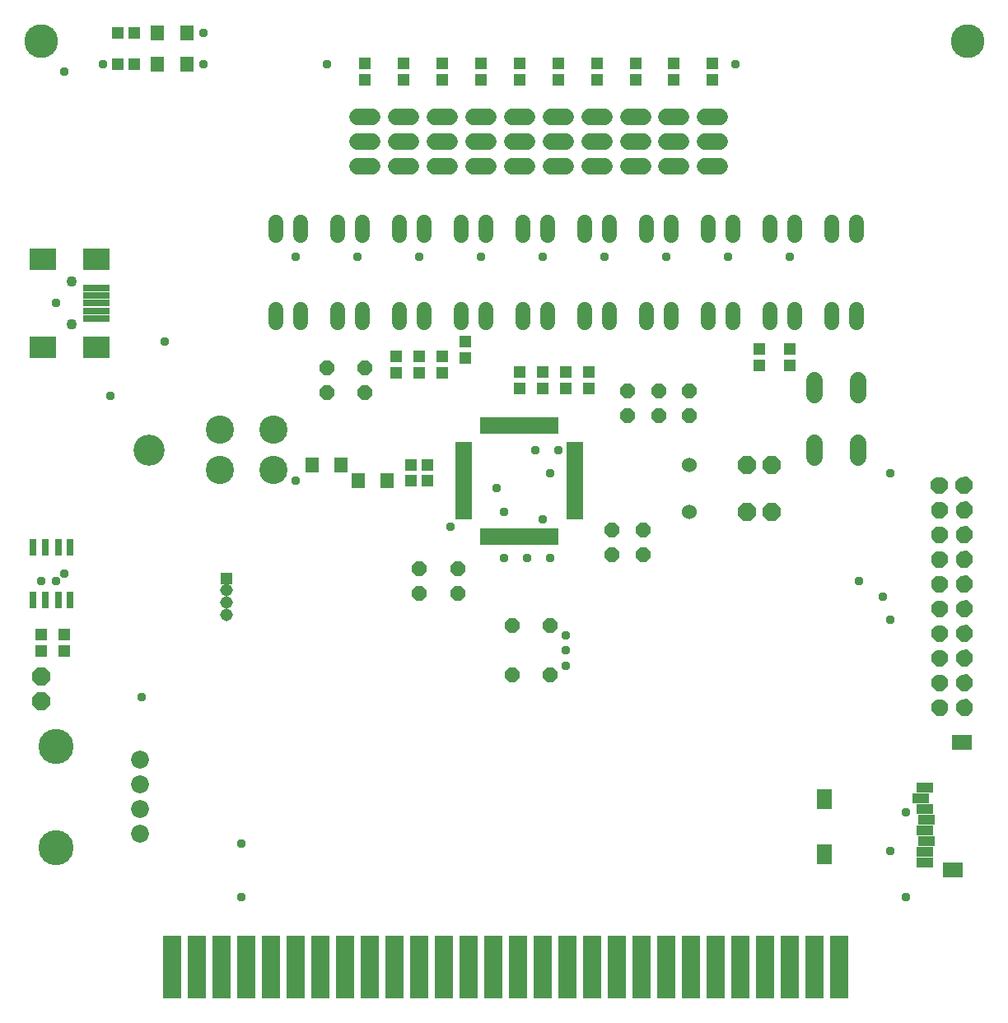
<source format=gts>
G75*
%MOIN*%
%OFA0B0*%
%FSLAX25Y25*%
%IPPOS*%
%LPD*%
%AMOC8*
5,1,8,0,0,1.08239X$1,22.5*
%
%ADD10C,0.13650*%
%ADD11C,0.07250*%
%ADD12C,0.14186*%
%ADD13R,0.05524X0.06312*%
%ADD14R,0.05131X0.04737*%
%ADD15R,0.07300X0.25800*%
%ADD16R,0.03162X0.06902*%
%ADD17OC8,0.07100*%
%ADD18R,0.04737X0.05131*%
%ADD19R,0.06600X0.01900*%
%ADD20R,0.01900X0.06600*%
%ADD21OC8,0.06000*%
%ADD22C,0.06800*%
%ADD23R,0.05162X0.05162*%
%ADD24C,0.05162*%
%ADD25C,0.01360*%
%ADD26C,0.11430*%
%ADD27C,0.12611*%
%ADD28R,0.10643X0.02769*%
%ADD29R,0.10643X0.08674*%
%ADD30C,0.04343*%
%ADD31R,0.06312X0.07887*%
%ADD32R,0.08280X0.06312*%
%ADD33R,0.06706X0.03950*%
%ADD34C,0.06000*%
%ADD35C,0.06000*%
%ADD36C,0.03778*%
D10*
X0034228Y0421433D03*
X0409228Y0421433D03*
D11*
X0074478Y0130183D03*
X0074478Y0120183D03*
X0074478Y0110183D03*
X0074478Y0100183D03*
D12*
X0040478Y0094683D03*
X0040478Y0135683D03*
D13*
X0143948Y0249558D03*
X0155759Y0249558D03*
X0162698Y0243308D03*
X0174509Y0243308D03*
X0093259Y0412058D03*
X0093259Y0424558D03*
X0081448Y0424558D03*
X0081448Y0412058D03*
D14*
X0071950Y0412058D03*
X0065257Y0412058D03*
X0065257Y0424558D03*
X0071950Y0424558D03*
X0184007Y0249558D03*
X0184007Y0243308D03*
X0190700Y0243308D03*
X0190700Y0249558D03*
D15*
X0087478Y0046433D03*
X0097478Y0046433D03*
X0107478Y0046433D03*
X0117478Y0046433D03*
X0127478Y0046433D03*
X0137478Y0046433D03*
X0147478Y0046433D03*
X0157478Y0046433D03*
X0167478Y0046433D03*
X0177478Y0046433D03*
X0187478Y0046433D03*
X0197478Y0046433D03*
X0207478Y0046433D03*
X0217478Y0046433D03*
X0227478Y0046433D03*
X0237478Y0046433D03*
X0247478Y0046433D03*
X0257478Y0046433D03*
X0267478Y0046433D03*
X0277478Y0046433D03*
X0287478Y0046433D03*
X0297478Y0046433D03*
X0307478Y0046433D03*
X0317478Y0046433D03*
X0327478Y0046433D03*
X0337478Y0046433D03*
X0347478Y0046433D03*
X0357478Y0046433D03*
D16*
X0046182Y0195065D03*
X0041221Y0195065D03*
X0036182Y0195065D03*
X0031182Y0195065D03*
X0031182Y0216285D03*
X0036182Y0216285D03*
X0041221Y0216285D03*
X0046182Y0216325D03*
D17*
X0034228Y0163933D03*
X0034228Y0153933D03*
X0319853Y0230808D03*
X0329853Y0230808D03*
X0329853Y0249558D03*
X0319853Y0249558D03*
D18*
X0324853Y0289962D03*
X0324853Y0296655D03*
X0337353Y0296655D03*
X0337353Y0289962D03*
X0256103Y0287280D03*
X0256103Y0280587D03*
X0246728Y0280587D03*
X0246728Y0287280D03*
X0237353Y0287280D03*
X0237353Y0280587D03*
X0227978Y0280587D03*
X0227978Y0287280D03*
X0206103Y0293087D03*
X0206103Y0299780D03*
X0196728Y0293530D03*
X0196728Y0286837D03*
X0187353Y0286837D03*
X0187353Y0293530D03*
X0177978Y0293530D03*
X0177978Y0286837D03*
X0181103Y0405587D03*
X0181103Y0412280D03*
X0165478Y0412280D03*
X0165478Y0405587D03*
X0196728Y0405587D03*
X0196728Y0412280D03*
X0212353Y0412280D03*
X0212353Y0405587D03*
X0227978Y0405587D03*
X0227978Y0412280D03*
X0243603Y0412280D03*
X0243603Y0405587D03*
X0259228Y0405587D03*
X0259228Y0412280D03*
X0274853Y0412280D03*
X0274853Y0405587D03*
X0290478Y0405587D03*
X0290478Y0412280D03*
X0306103Y0412280D03*
X0306103Y0405587D03*
X0043603Y0181030D03*
X0043603Y0174337D03*
X0034228Y0174337D03*
X0034228Y0181030D03*
D19*
X0205478Y0228508D03*
X0205478Y0230508D03*
X0205478Y0232508D03*
X0205478Y0234408D03*
X0205478Y0236408D03*
X0205478Y0238408D03*
X0205478Y0240308D03*
X0205478Y0242308D03*
X0205478Y0244308D03*
X0205478Y0246308D03*
X0205478Y0248208D03*
X0205478Y0250208D03*
X0205478Y0252208D03*
X0205478Y0254108D03*
X0205478Y0256108D03*
X0205478Y0258108D03*
X0250478Y0258108D03*
X0250478Y0256108D03*
X0250478Y0254108D03*
X0250478Y0252208D03*
X0250478Y0250208D03*
X0250478Y0248208D03*
X0250478Y0246308D03*
X0250478Y0244308D03*
X0250478Y0242308D03*
X0250478Y0240308D03*
X0250478Y0238408D03*
X0250478Y0236408D03*
X0250478Y0234408D03*
X0250478Y0232508D03*
X0250478Y0230508D03*
X0250478Y0228508D03*
D20*
X0242778Y0220808D03*
X0240778Y0220808D03*
X0238778Y0220808D03*
X0236878Y0220808D03*
X0234878Y0220808D03*
X0232878Y0220808D03*
X0230978Y0220808D03*
X0228978Y0220808D03*
X0226978Y0220808D03*
X0224978Y0220808D03*
X0223078Y0220808D03*
X0221078Y0220808D03*
X0219078Y0220808D03*
X0217178Y0220808D03*
X0215178Y0220808D03*
X0213178Y0220808D03*
X0213178Y0265808D03*
X0215178Y0265808D03*
X0217178Y0265808D03*
X0219078Y0265808D03*
X0221078Y0265808D03*
X0223078Y0265808D03*
X0224978Y0265808D03*
X0226978Y0265808D03*
X0228978Y0265808D03*
X0230978Y0265808D03*
X0232878Y0265808D03*
X0234878Y0265808D03*
X0236878Y0265808D03*
X0238778Y0265808D03*
X0240778Y0265808D03*
X0242778Y0265808D03*
D21*
X0271728Y0269558D03*
X0271728Y0279558D03*
X0284228Y0279558D03*
X0284228Y0269558D03*
X0296728Y0269558D03*
X0296728Y0279558D03*
X0277978Y0223308D03*
X0277978Y0213308D03*
X0265478Y0213308D03*
X0265478Y0223308D03*
X0240478Y0184558D03*
X0224853Y0184558D03*
X0224853Y0164558D03*
X0240478Y0164558D03*
X0202978Y0197683D03*
X0202978Y0207683D03*
X0187353Y0207683D03*
X0187353Y0197683D03*
X0165478Y0278933D03*
X0165478Y0288933D03*
X0149853Y0288933D03*
X0149853Y0278933D03*
D22*
X0162478Y0370808D02*
X0168478Y0370808D01*
X0178103Y0370808D02*
X0184103Y0370808D01*
X0193728Y0370808D02*
X0199728Y0370808D01*
X0209353Y0370808D02*
X0215353Y0370808D01*
X0215353Y0380808D02*
X0209353Y0380808D01*
X0199728Y0380808D02*
X0193728Y0380808D01*
X0184103Y0380808D02*
X0178103Y0380808D01*
X0168478Y0380808D02*
X0162478Y0380808D01*
X0162478Y0390808D02*
X0168478Y0390808D01*
X0178103Y0390808D02*
X0184103Y0390808D01*
X0193728Y0390808D02*
X0199728Y0390808D01*
X0209353Y0390808D02*
X0215353Y0390808D01*
X0224978Y0390808D02*
X0230978Y0390808D01*
X0240603Y0390808D02*
X0246603Y0390808D01*
X0256228Y0390808D02*
X0262228Y0390808D01*
X0271853Y0390808D02*
X0277853Y0390808D01*
X0287478Y0390808D02*
X0293478Y0390808D01*
X0293478Y0380808D02*
X0287478Y0380808D01*
X0277853Y0380808D02*
X0271853Y0380808D01*
X0262228Y0380808D02*
X0256228Y0380808D01*
X0246603Y0380808D02*
X0240603Y0380808D01*
X0230978Y0380808D02*
X0224978Y0380808D01*
X0224978Y0370808D02*
X0230978Y0370808D01*
X0240603Y0370808D02*
X0246603Y0370808D01*
X0256228Y0370808D02*
X0262228Y0370808D01*
X0271853Y0370808D02*
X0277853Y0370808D01*
X0287478Y0370808D02*
X0293478Y0370808D01*
X0303103Y0370808D02*
X0309103Y0370808D01*
X0309103Y0380808D02*
X0303103Y0380808D01*
X0303103Y0390808D02*
X0309103Y0390808D01*
X0347203Y0284108D02*
X0347203Y0278108D01*
X0365003Y0278108D02*
X0365003Y0284108D01*
X0365003Y0258508D02*
X0365003Y0252508D01*
X0347203Y0252508D02*
X0347203Y0258508D01*
D23*
X0109228Y0203815D03*
D24*
X0109228Y0198894D03*
X0109228Y0193972D03*
X0109228Y0189051D03*
D25*
X0397546Y0189383D02*
X0396866Y0188703D01*
X0395269Y0190294D01*
X0395266Y0192545D01*
X0396857Y0194142D01*
X0399108Y0194145D01*
X0400705Y0192554D01*
X0400708Y0190303D01*
X0399117Y0188706D01*
X0396866Y0188703D01*
X0397286Y0189723D01*
X0396289Y0190718D01*
X0396286Y0192125D01*
X0397281Y0193122D01*
X0398688Y0193125D01*
X0399685Y0192130D01*
X0399688Y0190723D01*
X0398693Y0189726D01*
X0397286Y0189723D01*
X0397708Y0190744D01*
X0397308Y0191142D01*
X0397307Y0191703D01*
X0397705Y0192103D01*
X0398266Y0192104D01*
X0398666Y0191706D01*
X0398667Y0191145D01*
X0398269Y0190745D01*
X0397708Y0190744D01*
X0397564Y0179383D02*
X0396884Y0178703D01*
X0395287Y0180294D01*
X0395284Y0182545D01*
X0396875Y0184142D01*
X0399126Y0184145D01*
X0400723Y0182554D01*
X0400726Y0180303D01*
X0399135Y0178706D01*
X0396884Y0178703D01*
X0397304Y0179723D01*
X0396307Y0180718D01*
X0396304Y0182125D01*
X0397299Y0183122D01*
X0398706Y0183125D01*
X0399703Y0182130D01*
X0399706Y0180723D01*
X0398711Y0179726D01*
X0397304Y0179723D01*
X0397726Y0180744D01*
X0397326Y0181142D01*
X0397325Y0181703D01*
X0397723Y0182103D01*
X0398284Y0182104D01*
X0398684Y0181706D01*
X0398685Y0181145D01*
X0398287Y0180745D01*
X0397726Y0180744D01*
X0397581Y0169383D02*
X0396901Y0168703D01*
X0395304Y0170294D01*
X0395301Y0172545D01*
X0396892Y0174142D01*
X0399143Y0174145D01*
X0400740Y0172554D01*
X0400743Y0170303D01*
X0399152Y0168706D01*
X0396901Y0168703D01*
X0397321Y0169723D01*
X0396324Y0170718D01*
X0396321Y0172125D01*
X0397316Y0173122D01*
X0398723Y0173125D01*
X0399720Y0172130D01*
X0399723Y0170723D01*
X0398728Y0169726D01*
X0397321Y0169723D01*
X0397743Y0170744D01*
X0397343Y0171142D01*
X0397342Y0171703D01*
X0397740Y0172103D01*
X0398301Y0172104D01*
X0398701Y0171706D01*
X0398702Y0171145D01*
X0398304Y0170745D01*
X0397743Y0170744D01*
X0397598Y0159383D02*
X0396918Y0158703D01*
X0395321Y0160294D01*
X0395318Y0162545D01*
X0396909Y0164142D01*
X0399160Y0164145D01*
X0400757Y0162554D01*
X0400760Y0160303D01*
X0399169Y0158706D01*
X0396918Y0158703D01*
X0397338Y0159723D01*
X0396341Y0160718D01*
X0396338Y0162125D01*
X0397333Y0163122D01*
X0398740Y0163125D01*
X0399737Y0162130D01*
X0399740Y0160723D01*
X0398745Y0159726D01*
X0397338Y0159723D01*
X0397760Y0160744D01*
X0397360Y0161142D01*
X0397359Y0161703D01*
X0397757Y0162103D01*
X0398318Y0162104D01*
X0398718Y0161706D01*
X0398719Y0161145D01*
X0398321Y0160745D01*
X0397760Y0160744D01*
X0397616Y0149383D02*
X0396936Y0148703D01*
X0395339Y0150294D01*
X0395336Y0152545D01*
X0396927Y0154142D01*
X0399178Y0154145D01*
X0400775Y0152554D01*
X0400778Y0150303D01*
X0399187Y0148706D01*
X0396936Y0148703D01*
X0397356Y0149723D01*
X0396359Y0150718D01*
X0396356Y0152125D01*
X0397351Y0153122D01*
X0398758Y0153125D01*
X0399755Y0152130D01*
X0399758Y0150723D01*
X0398763Y0149726D01*
X0397356Y0149723D01*
X0397778Y0150744D01*
X0397378Y0151142D01*
X0397377Y0151703D01*
X0397775Y0152103D01*
X0398336Y0152104D01*
X0398736Y0151706D01*
X0398737Y0151145D01*
X0398339Y0150745D01*
X0397778Y0150744D01*
X0407616Y0149401D02*
X0406936Y0148721D01*
X0405339Y0150312D01*
X0405336Y0152563D01*
X0406927Y0154160D01*
X0409178Y0154163D01*
X0410775Y0152572D01*
X0410778Y0150321D01*
X0409187Y0148724D01*
X0406936Y0148721D01*
X0407356Y0149741D01*
X0406359Y0150736D01*
X0406356Y0152143D01*
X0407351Y0153140D01*
X0408758Y0153143D01*
X0409755Y0152148D01*
X0409758Y0150741D01*
X0408763Y0149744D01*
X0407356Y0149741D01*
X0407778Y0150762D01*
X0407378Y0151160D01*
X0407377Y0151721D01*
X0407775Y0152121D01*
X0408336Y0152122D01*
X0408736Y0151724D01*
X0408737Y0151163D01*
X0408339Y0150763D01*
X0407778Y0150762D01*
X0407598Y0159401D02*
X0406918Y0158721D01*
X0405321Y0160312D01*
X0405318Y0162563D01*
X0406909Y0164160D01*
X0409160Y0164163D01*
X0410757Y0162572D01*
X0410760Y0160321D01*
X0409169Y0158724D01*
X0406918Y0158721D01*
X0407338Y0159741D01*
X0406341Y0160736D01*
X0406338Y0162143D01*
X0407333Y0163140D01*
X0408740Y0163143D01*
X0409737Y0162148D01*
X0409740Y0160741D01*
X0408745Y0159744D01*
X0407338Y0159741D01*
X0407760Y0160762D01*
X0407360Y0161160D01*
X0407359Y0161721D01*
X0407757Y0162121D01*
X0408318Y0162122D01*
X0408718Y0161724D01*
X0408719Y0161163D01*
X0408321Y0160763D01*
X0407760Y0160762D01*
X0407581Y0169401D02*
X0406901Y0168721D01*
X0405304Y0170312D01*
X0405301Y0172563D01*
X0406892Y0174160D01*
X0409143Y0174163D01*
X0410740Y0172572D01*
X0410743Y0170321D01*
X0409152Y0168724D01*
X0406901Y0168721D01*
X0407321Y0169741D01*
X0406324Y0170736D01*
X0406321Y0172143D01*
X0407316Y0173140D01*
X0408723Y0173143D01*
X0409720Y0172148D01*
X0409723Y0170741D01*
X0408728Y0169744D01*
X0407321Y0169741D01*
X0407743Y0170762D01*
X0407343Y0171160D01*
X0407342Y0171721D01*
X0407740Y0172121D01*
X0408301Y0172122D01*
X0408701Y0171724D01*
X0408702Y0171163D01*
X0408304Y0170763D01*
X0407743Y0170762D01*
X0407564Y0179401D02*
X0406884Y0178721D01*
X0405287Y0180312D01*
X0405284Y0182563D01*
X0406875Y0184160D01*
X0409126Y0184163D01*
X0410723Y0182572D01*
X0410726Y0180321D01*
X0409135Y0178724D01*
X0406884Y0178721D01*
X0407304Y0179741D01*
X0406307Y0180736D01*
X0406304Y0182143D01*
X0407299Y0183140D01*
X0408706Y0183143D01*
X0409703Y0182148D01*
X0409706Y0180741D01*
X0408711Y0179744D01*
X0407304Y0179741D01*
X0407726Y0180762D01*
X0407326Y0181160D01*
X0407325Y0181721D01*
X0407723Y0182121D01*
X0408284Y0182122D01*
X0408684Y0181724D01*
X0408685Y0181163D01*
X0408287Y0180763D01*
X0407726Y0180762D01*
X0407546Y0189401D02*
X0406866Y0188721D01*
X0405269Y0190312D01*
X0405266Y0192563D01*
X0406857Y0194160D01*
X0409108Y0194163D01*
X0410705Y0192572D01*
X0410708Y0190321D01*
X0409117Y0188724D01*
X0406866Y0188721D01*
X0407286Y0189741D01*
X0406289Y0190736D01*
X0406286Y0192143D01*
X0407281Y0193140D01*
X0408688Y0193143D01*
X0409685Y0192148D01*
X0409688Y0190741D01*
X0408693Y0189744D01*
X0407286Y0189741D01*
X0407708Y0190762D01*
X0407308Y0191160D01*
X0407307Y0191721D01*
X0407705Y0192121D01*
X0408266Y0192122D01*
X0408666Y0191724D01*
X0408667Y0191163D01*
X0408269Y0190763D01*
X0407708Y0190762D01*
X0407529Y0199401D02*
X0406849Y0198721D01*
X0405252Y0200312D01*
X0405249Y0202563D01*
X0406840Y0204160D01*
X0409091Y0204163D01*
X0410688Y0202572D01*
X0410691Y0200321D01*
X0409100Y0198724D01*
X0406849Y0198721D01*
X0407269Y0199741D01*
X0406272Y0200736D01*
X0406269Y0202143D01*
X0407264Y0203140D01*
X0408671Y0203143D01*
X0409668Y0202148D01*
X0409671Y0200741D01*
X0408676Y0199744D01*
X0407269Y0199741D01*
X0407691Y0200762D01*
X0407291Y0201160D01*
X0407290Y0201721D01*
X0407688Y0202121D01*
X0408249Y0202122D01*
X0408649Y0201724D01*
X0408650Y0201163D01*
X0408252Y0200763D01*
X0407691Y0200762D01*
X0397529Y0199383D02*
X0396849Y0198703D01*
X0395252Y0200294D01*
X0395249Y0202545D01*
X0396840Y0204142D01*
X0399091Y0204145D01*
X0400688Y0202554D01*
X0400691Y0200303D01*
X0399100Y0198706D01*
X0396849Y0198703D01*
X0397269Y0199723D01*
X0396272Y0200718D01*
X0396269Y0202125D01*
X0397264Y0203122D01*
X0398671Y0203125D01*
X0399668Y0202130D01*
X0399671Y0200723D01*
X0398676Y0199726D01*
X0397269Y0199723D01*
X0397691Y0200744D01*
X0397291Y0201142D01*
X0397290Y0201703D01*
X0397688Y0202103D01*
X0398249Y0202104D01*
X0398649Y0201706D01*
X0398650Y0201145D01*
X0398252Y0200745D01*
X0397691Y0200744D01*
X0397511Y0209383D02*
X0396831Y0208703D01*
X0395234Y0210294D01*
X0395231Y0212545D01*
X0396822Y0214142D01*
X0399073Y0214145D01*
X0400670Y0212554D01*
X0400673Y0210303D01*
X0399082Y0208706D01*
X0396831Y0208703D01*
X0397251Y0209723D01*
X0396254Y0210718D01*
X0396251Y0212125D01*
X0397246Y0213122D01*
X0398653Y0213125D01*
X0399650Y0212130D01*
X0399653Y0210723D01*
X0398658Y0209726D01*
X0397251Y0209723D01*
X0397673Y0210744D01*
X0397273Y0211142D01*
X0397272Y0211703D01*
X0397670Y0212103D01*
X0398231Y0212104D01*
X0398631Y0211706D01*
X0398632Y0211145D01*
X0398234Y0210745D01*
X0397673Y0210744D01*
X0407511Y0209401D02*
X0406831Y0208721D01*
X0405234Y0210312D01*
X0405231Y0212563D01*
X0406822Y0214160D01*
X0409073Y0214163D01*
X0410670Y0212572D01*
X0410673Y0210321D01*
X0409082Y0208724D01*
X0406831Y0208721D01*
X0407251Y0209741D01*
X0406254Y0210736D01*
X0406251Y0212143D01*
X0407246Y0213140D01*
X0408653Y0213143D01*
X0409650Y0212148D01*
X0409653Y0210741D01*
X0408658Y0209744D01*
X0407251Y0209741D01*
X0407673Y0210762D01*
X0407273Y0211160D01*
X0407272Y0211721D01*
X0407670Y0212121D01*
X0408231Y0212122D01*
X0408631Y0211724D01*
X0408632Y0211163D01*
X0408234Y0210763D01*
X0407673Y0210762D01*
X0407494Y0219401D02*
X0406814Y0218721D01*
X0405217Y0220312D01*
X0405214Y0222563D01*
X0406805Y0224160D01*
X0409056Y0224163D01*
X0410653Y0222572D01*
X0410656Y0220321D01*
X0409065Y0218724D01*
X0406814Y0218721D01*
X0407234Y0219741D01*
X0406237Y0220736D01*
X0406234Y0222143D01*
X0407229Y0223140D01*
X0408636Y0223143D01*
X0409633Y0222148D01*
X0409636Y0220741D01*
X0408641Y0219744D01*
X0407234Y0219741D01*
X0407656Y0220762D01*
X0407256Y0221160D01*
X0407255Y0221721D01*
X0407653Y0222121D01*
X0408214Y0222122D01*
X0408614Y0221724D01*
X0408615Y0221163D01*
X0408217Y0220763D01*
X0407656Y0220762D01*
X0397494Y0219383D02*
X0396814Y0218703D01*
X0395217Y0220294D01*
X0395214Y0222545D01*
X0396805Y0224142D01*
X0399056Y0224145D01*
X0400653Y0222554D01*
X0400656Y0220303D01*
X0399065Y0218706D01*
X0396814Y0218703D01*
X0397234Y0219723D01*
X0396237Y0220718D01*
X0396234Y0222125D01*
X0397229Y0223122D01*
X0398636Y0223125D01*
X0399633Y0222130D01*
X0399636Y0220723D01*
X0398641Y0219726D01*
X0397234Y0219723D01*
X0397656Y0220744D01*
X0397256Y0221142D01*
X0397255Y0221703D01*
X0397653Y0222103D01*
X0398214Y0222104D01*
X0398614Y0221706D01*
X0398615Y0221145D01*
X0398217Y0220745D01*
X0397656Y0220744D01*
X0397476Y0229383D02*
X0396796Y0228703D01*
X0395199Y0230294D01*
X0395196Y0232545D01*
X0396787Y0234142D01*
X0399038Y0234145D01*
X0400635Y0232554D01*
X0400638Y0230303D01*
X0399047Y0228706D01*
X0396796Y0228703D01*
X0397216Y0229723D01*
X0396219Y0230718D01*
X0396216Y0232125D01*
X0397211Y0233122D01*
X0398618Y0233125D01*
X0399615Y0232130D01*
X0399618Y0230723D01*
X0398623Y0229726D01*
X0397216Y0229723D01*
X0397638Y0230744D01*
X0397238Y0231142D01*
X0397237Y0231703D01*
X0397635Y0232103D01*
X0398196Y0232104D01*
X0398596Y0231706D01*
X0398597Y0231145D01*
X0398199Y0230745D01*
X0397638Y0230744D01*
X0407476Y0229401D02*
X0406796Y0228721D01*
X0405199Y0230312D01*
X0405196Y0232563D01*
X0406787Y0234160D01*
X0409038Y0234163D01*
X0410635Y0232572D01*
X0410638Y0230321D01*
X0409047Y0228724D01*
X0406796Y0228721D01*
X0407216Y0229741D01*
X0406219Y0230736D01*
X0406216Y0232143D01*
X0407211Y0233140D01*
X0408618Y0233143D01*
X0409615Y0232148D01*
X0409618Y0230741D01*
X0408623Y0229744D01*
X0407216Y0229741D01*
X0407638Y0230762D01*
X0407238Y0231160D01*
X0407237Y0231721D01*
X0407635Y0232121D01*
X0408196Y0232122D01*
X0408596Y0231724D01*
X0408597Y0231163D01*
X0408199Y0230763D01*
X0407638Y0230762D01*
X0407459Y0239401D02*
X0406779Y0238721D01*
X0405182Y0240312D01*
X0405179Y0242563D01*
X0406770Y0244160D01*
X0409021Y0244163D01*
X0410618Y0242572D01*
X0410621Y0240321D01*
X0409030Y0238724D01*
X0406779Y0238721D01*
X0407199Y0239741D01*
X0406202Y0240736D01*
X0406199Y0242143D01*
X0407194Y0243140D01*
X0408601Y0243143D01*
X0409598Y0242148D01*
X0409601Y0240741D01*
X0408606Y0239744D01*
X0407199Y0239741D01*
X0407621Y0240762D01*
X0407221Y0241160D01*
X0407220Y0241721D01*
X0407618Y0242121D01*
X0408179Y0242122D01*
X0408579Y0241724D01*
X0408580Y0241163D01*
X0408182Y0240763D01*
X0407621Y0240762D01*
X0397459Y0239383D02*
X0396779Y0238703D01*
X0395182Y0240294D01*
X0395179Y0242545D01*
X0396770Y0244142D01*
X0399021Y0244145D01*
X0400618Y0242554D01*
X0400621Y0240303D01*
X0399030Y0238706D01*
X0396779Y0238703D01*
X0397199Y0239723D01*
X0396202Y0240718D01*
X0396199Y0242125D01*
X0397194Y0243122D01*
X0398601Y0243125D01*
X0399598Y0242130D01*
X0399601Y0240723D01*
X0398606Y0239726D01*
X0397199Y0239723D01*
X0397621Y0240744D01*
X0397221Y0241142D01*
X0397220Y0241703D01*
X0397618Y0242103D01*
X0398179Y0242104D01*
X0398579Y0241706D01*
X0398580Y0241145D01*
X0398182Y0240745D01*
X0397621Y0240744D01*
D26*
X0128372Y0247540D03*
X0128372Y0264076D03*
X0106719Y0264076D03*
X0106719Y0247540D03*
D27*
X0077978Y0255808D03*
D28*
X0056571Y0308884D03*
X0056571Y0312033D03*
X0056571Y0315183D03*
X0056571Y0318333D03*
X0056571Y0321482D03*
D29*
X0056571Y0332900D03*
X0034917Y0332900D03*
X0034917Y0297467D03*
X0056571Y0297467D03*
D30*
X0046728Y0306522D03*
X0046728Y0323844D03*
D31*
X0351428Y0114445D03*
X0351428Y0092004D03*
D32*
X0403200Y0085705D03*
X0407137Y0137476D03*
D33*
X0391979Y0119130D03*
X0390405Y0114799D03*
X0391979Y0110469D03*
X0392767Y0106138D03*
X0391979Y0101807D03*
X0392767Y0097476D03*
X0391979Y0093146D03*
X0391979Y0088815D03*
D34*
X0296728Y0230683D03*
X0296728Y0249683D03*
D35*
X0289228Y0307483D02*
X0289228Y0312683D01*
X0279228Y0312683D02*
X0279228Y0307483D01*
X0264228Y0307483D02*
X0264228Y0312683D01*
X0254228Y0312683D02*
X0254228Y0307483D01*
X0239228Y0307483D02*
X0239228Y0312683D01*
X0229228Y0312683D02*
X0229228Y0307483D01*
X0214228Y0307483D02*
X0214228Y0312683D01*
X0204228Y0312683D02*
X0204228Y0307483D01*
X0189228Y0307483D02*
X0189228Y0312683D01*
X0179228Y0312683D02*
X0179228Y0307483D01*
X0164228Y0307483D02*
X0164228Y0312683D01*
X0154228Y0312683D02*
X0154228Y0307483D01*
X0139228Y0307483D02*
X0139228Y0312683D01*
X0129228Y0312683D02*
X0129228Y0307483D01*
X0129228Y0342683D02*
X0129228Y0347883D01*
X0139228Y0347883D02*
X0139228Y0342683D01*
X0154228Y0342683D02*
X0154228Y0347883D01*
X0164228Y0347883D02*
X0164228Y0342683D01*
X0179228Y0342683D02*
X0179228Y0347883D01*
X0189228Y0347883D02*
X0189228Y0342683D01*
X0204228Y0342683D02*
X0204228Y0347883D01*
X0214228Y0347883D02*
X0214228Y0342683D01*
X0229228Y0342683D02*
X0229228Y0347883D01*
X0239228Y0347883D02*
X0239228Y0342683D01*
X0254228Y0342683D02*
X0254228Y0347883D01*
X0264228Y0347883D02*
X0264228Y0342683D01*
X0279228Y0342683D02*
X0279228Y0347883D01*
X0289228Y0347883D02*
X0289228Y0342683D01*
X0304228Y0342683D02*
X0304228Y0347883D01*
X0314228Y0347883D02*
X0314228Y0342683D01*
X0329228Y0342683D02*
X0329228Y0347883D01*
X0339228Y0347883D02*
X0339228Y0342683D01*
X0354228Y0342683D02*
X0354228Y0347883D01*
X0364228Y0347883D02*
X0364228Y0342683D01*
X0364228Y0312683D02*
X0364228Y0307483D01*
X0354228Y0307483D02*
X0354228Y0312683D01*
X0339228Y0312683D02*
X0339228Y0307483D01*
X0329228Y0307483D02*
X0329228Y0312683D01*
X0314228Y0312683D02*
X0314228Y0307483D01*
X0304228Y0307483D02*
X0304228Y0312683D01*
D36*
X0312353Y0333933D03*
X0337353Y0333933D03*
X0287353Y0333933D03*
X0262353Y0333933D03*
X0237353Y0333933D03*
X0212353Y0333933D03*
X0187353Y0333933D03*
X0162353Y0333933D03*
X0137353Y0333933D03*
X0084228Y0299558D03*
X0062353Y0277683D03*
X0040478Y0315183D03*
X0043603Y0408933D03*
X0059228Y0412058D03*
X0099853Y0412058D03*
X0099853Y0424558D03*
X0149853Y0412058D03*
X0234228Y0255808D03*
X0240478Y0246433D03*
X0243603Y0255808D03*
X0237353Y0227683D03*
X0221728Y0230808D03*
X0218603Y0240183D03*
X0199853Y0224558D03*
X0221728Y0212058D03*
X0231103Y0212058D03*
X0240478Y0212058D03*
X0246728Y0180808D03*
X0246728Y0174558D03*
X0246728Y0168308D03*
X0137353Y0243308D03*
X0074853Y0155808D03*
X0040478Y0202683D03*
X0043603Y0205808D03*
X0034228Y0202683D03*
X0115478Y0096433D03*
X0115478Y0074558D03*
X0365478Y0202683D03*
X0374853Y0196433D03*
X0377978Y0187058D03*
X0377978Y0246433D03*
X0384228Y0108933D03*
X0377978Y0093308D03*
X0384228Y0074558D03*
X0315478Y0412058D03*
M02*

</source>
